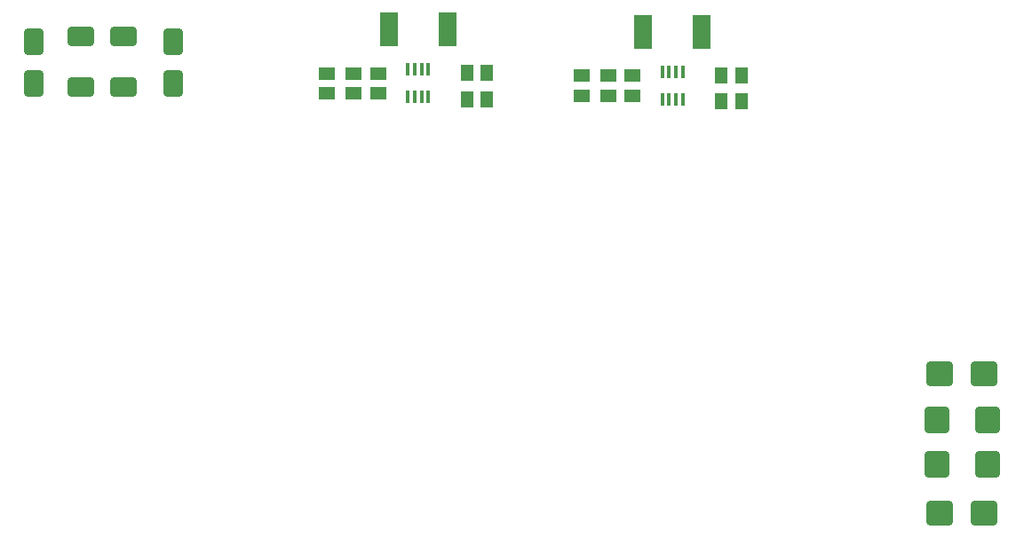
<source format=gbr>
%TF.GenerationSoftware,KiCad,Pcbnew,7.0.5*%
%TF.CreationDate,2023-10-10T15:43:30-03:00*%
%TF.ProjectId,intex_spa_V4,696e7465-785f-4737-9061-5f56342e6b69,Marcio Ant_o*%
%TF.SameCoordinates,Original*%
%TF.FileFunction,Paste,Top*%
%TF.FilePolarity,Positive*%
%FSLAX46Y46*%
G04 Gerber Fmt 4.6, Leading zero omitted, Abs format (unit mm)*
G04 Created by KiCad (PCBNEW 7.0.5) date 2023-10-10 15:43:30*
%MOMM*%
%LPD*%
G01*
G04 APERTURE LIST*
G04 Aperture macros list*
%AMRoundRect*
0 Rectangle with rounded corners*
0 $1 Rounding radius*
0 $2 $3 $4 $5 $6 $7 $8 $9 X,Y pos of 4 corners*
0 Add a 4 corners polygon primitive as box body*
4,1,4,$2,$3,$4,$5,$6,$7,$8,$9,$2,$3,0*
0 Add four circle primitives for the rounded corners*
1,1,$1+$1,$2,$3*
1,1,$1+$1,$4,$5*
1,1,$1+$1,$6,$7*
1,1,$1+$1,$8,$9*
0 Add four rect primitives between the rounded corners*
20,1,$1+$1,$2,$3,$4,$5,0*
20,1,$1+$1,$4,$5,$6,$7,0*
20,1,$1+$1,$6,$7,$8,$9,0*
20,1,$1+$1,$8,$9,$2,$3,0*%
G04 Aperture macros list end*
%ADD10R,1.500000X1.300000*%
%ADD11R,0.400000X1.200000*%
%ADD12RoundRect,0.250000X1.000000X0.900000X-1.000000X0.900000X-1.000000X-0.900000X1.000000X-0.900000X0*%
%ADD13RoundRect,0.250000X0.900000X-1.000000X0.900000X1.000000X-0.900000X1.000000X-0.900000X-1.000000X0*%
%ADD14RoundRect,0.250000X1.000000X0.650000X-1.000000X0.650000X-1.000000X-0.650000X1.000000X-0.650000X0*%
%ADD15R,1.300000X1.500000*%
%ADD16RoundRect,0.250000X-0.650000X1.000000X-0.650000X-1.000000X0.650000X-1.000000X0.650000X1.000000X0*%
%ADD17R,1.800000X3.200000*%
G04 APERTURE END LIST*
D10*
%TO.C,R21*%
X212041202Y-56901844D03*
X212041202Y-55001844D03*
%TD*%
%TO.C,R16*%
X187790202Y-56675344D03*
X187790202Y-54775344D03*
%TD*%
D11*
%TO.C,U1*%
X194915202Y-54425344D03*
X194265202Y-54425344D03*
X193615202Y-54425344D03*
X192965202Y-54425344D03*
X192965202Y-57025344D03*
X193615202Y-57025344D03*
X194265202Y-57025344D03*
X194915202Y-57025344D03*
%TD*%
D12*
%TO.C,D4*%
X247908995Y-96717773D03*
X243608995Y-96717773D03*
%TD*%
D13*
%TO.C,D2*%
X243417204Y-92096566D03*
X243417204Y-87796566D03*
%TD*%
D14*
%TO.C,D6*%
X165800699Y-51279844D03*
X161800699Y-51279844D03*
%TD*%
D15*
%TO.C,R25*%
X222829202Y-57475844D03*
X224729202Y-57475844D03*
%TD*%
D10*
%TO.C,C6*%
X209501202Y-55001844D03*
X209501202Y-56901844D03*
%TD*%
D15*
%TO.C,R24*%
X222829202Y-54943844D03*
X224729202Y-54943844D03*
%TD*%
D16*
%TO.C,D5*%
X157297659Y-51760385D03*
X157297659Y-55760385D03*
%TD*%
D10*
%TO.C,C5*%
X185250202Y-54775344D03*
X185250202Y-56675344D03*
%TD*%
D13*
%TO.C,D3*%
X248244203Y-92096566D03*
X248244203Y-87796566D03*
%TD*%
D14*
%TO.C,D8*%
X165800699Y-56106843D03*
X161800699Y-56106843D03*
%TD*%
D17*
%TO.C,R18*%
X191140202Y-50566344D03*
X196740202Y-50566344D03*
%TD*%
D15*
%TO.C,R20*%
X198578202Y-57249344D03*
X200478202Y-57249344D03*
%TD*%
D17*
%TO.C,R23*%
X215391202Y-50792844D03*
X220991202Y-50792844D03*
%TD*%
D11*
%TO.C,U2*%
X219166202Y-54651844D03*
X218516202Y-54651844D03*
X217866202Y-54651844D03*
X217216202Y-54651844D03*
X217216202Y-57251844D03*
X217866202Y-57251844D03*
X218516202Y-57251844D03*
X219166202Y-57251844D03*
%TD*%
D10*
%TO.C,R22*%
X214381202Y-56901844D03*
X214381202Y-55001844D03*
%TD*%
D16*
%TO.C,D7*%
X170571906Y-51765052D03*
X170571906Y-55765052D03*
%TD*%
D15*
%TO.C,R19*%
X198578202Y-54717344D03*
X200478202Y-54717344D03*
%TD*%
D12*
%TO.C,D1*%
X247913662Y-83443526D03*
X243613662Y-83443526D03*
%TD*%
D10*
%TO.C,R17*%
X190130202Y-56675344D03*
X190130202Y-54775344D03*
%TD*%
M02*

</source>
